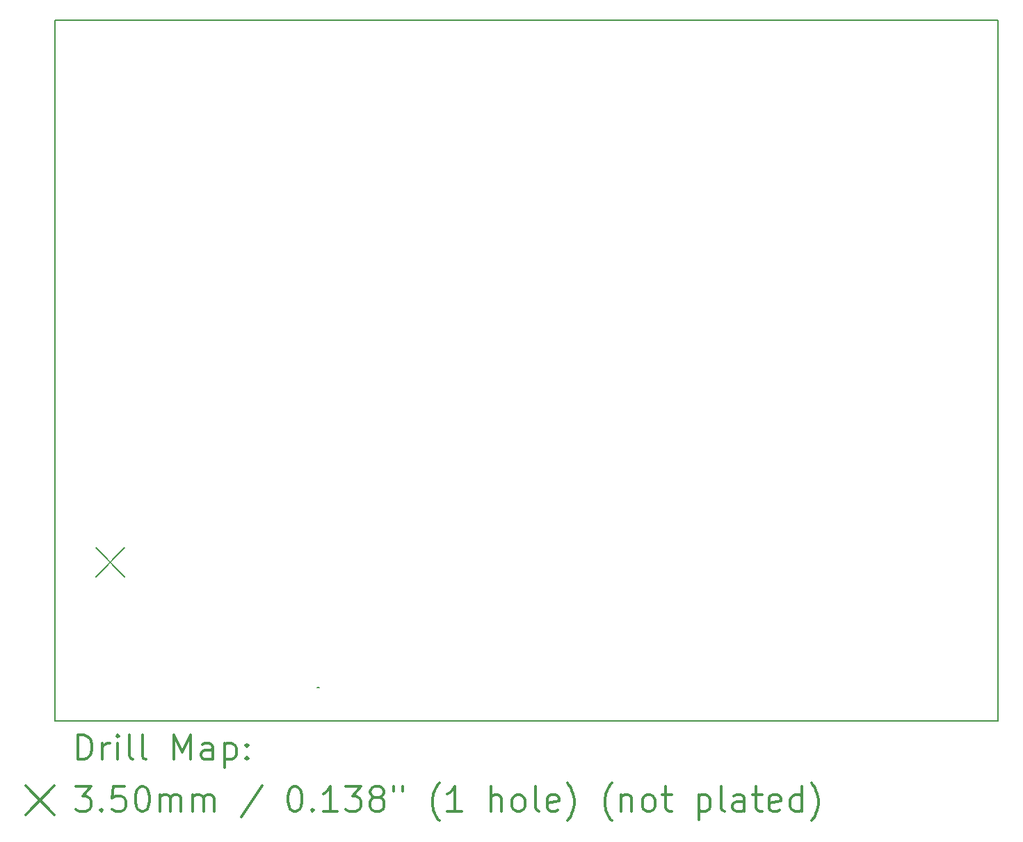
<source format=gbr>
%FSLAX45Y45*%
G04 Gerber Fmt 4.5, Leading zero omitted, Abs format (unit mm)*
G04 Created by KiCad (PCBNEW 5.1.1) date 2019-04-25 13:19:21*
%MOMM*%
%LPD*%
G04 APERTURE LIST*
%ADD10C,0.150000*%
%ADD11C,0.200000*%
%ADD12C,0.300000*%
G04 APERTURE END LIST*
D10*
X9207500Y-3987800D02*
X20675600Y-3987800D01*
X20675600Y-3987800D02*
X20675600Y-12509500D01*
X9194800Y-12509500D02*
X9194800Y-3987800D01*
X20675600Y-12509500D02*
X9194800Y-12509500D01*
X12407900Y-12103100D02*
X12382500Y-12103100D01*
X9194800Y-3987800D02*
X9207500Y-3987800D01*
D11*
X9690600Y-10407000D02*
X10040600Y-10757000D01*
X10040600Y-10407000D02*
X9690600Y-10757000D01*
D12*
X9473728Y-12982714D02*
X9473728Y-12682714D01*
X9545157Y-12682714D01*
X9588014Y-12697000D01*
X9616586Y-12725571D01*
X9630871Y-12754143D01*
X9645157Y-12811286D01*
X9645157Y-12854143D01*
X9630871Y-12911286D01*
X9616586Y-12939857D01*
X9588014Y-12968429D01*
X9545157Y-12982714D01*
X9473728Y-12982714D01*
X9773728Y-12982714D02*
X9773728Y-12782714D01*
X9773728Y-12839857D02*
X9788014Y-12811286D01*
X9802300Y-12797000D01*
X9830871Y-12782714D01*
X9859443Y-12782714D01*
X9959443Y-12982714D02*
X9959443Y-12782714D01*
X9959443Y-12682714D02*
X9945157Y-12697000D01*
X9959443Y-12711286D01*
X9973728Y-12697000D01*
X9959443Y-12682714D01*
X9959443Y-12711286D01*
X10145157Y-12982714D02*
X10116586Y-12968429D01*
X10102300Y-12939857D01*
X10102300Y-12682714D01*
X10302300Y-12982714D02*
X10273728Y-12968429D01*
X10259443Y-12939857D01*
X10259443Y-12682714D01*
X10645157Y-12982714D02*
X10645157Y-12682714D01*
X10745157Y-12897000D01*
X10845157Y-12682714D01*
X10845157Y-12982714D01*
X11116586Y-12982714D02*
X11116586Y-12825571D01*
X11102300Y-12797000D01*
X11073728Y-12782714D01*
X11016586Y-12782714D01*
X10988014Y-12797000D01*
X11116586Y-12968429D02*
X11088014Y-12982714D01*
X11016586Y-12982714D01*
X10988014Y-12968429D01*
X10973728Y-12939857D01*
X10973728Y-12911286D01*
X10988014Y-12882714D01*
X11016586Y-12868429D01*
X11088014Y-12868429D01*
X11116586Y-12854143D01*
X11259443Y-12782714D02*
X11259443Y-13082714D01*
X11259443Y-12797000D02*
X11288014Y-12782714D01*
X11345157Y-12782714D01*
X11373728Y-12797000D01*
X11388014Y-12811286D01*
X11402300Y-12839857D01*
X11402300Y-12925571D01*
X11388014Y-12954143D01*
X11373728Y-12968429D01*
X11345157Y-12982714D01*
X11288014Y-12982714D01*
X11259443Y-12968429D01*
X11530871Y-12954143D02*
X11545157Y-12968429D01*
X11530871Y-12982714D01*
X11516586Y-12968429D01*
X11530871Y-12954143D01*
X11530871Y-12982714D01*
X11530871Y-12797000D02*
X11545157Y-12811286D01*
X11530871Y-12825571D01*
X11516586Y-12811286D01*
X11530871Y-12797000D01*
X11530871Y-12825571D01*
X8837300Y-13302000D02*
X9187300Y-13652000D01*
X9187300Y-13302000D02*
X8837300Y-13652000D01*
X9445157Y-13312714D02*
X9630871Y-13312714D01*
X9530871Y-13427000D01*
X9573728Y-13427000D01*
X9602300Y-13441286D01*
X9616586Y-13455571D01*
X9630871Y-13484143D01*
X9630871Y-13555571D01*
X9616586Y-13584143D01*
X9602300Y-13598429D01*
X9573728Y-13612714D01*
X9488014Y-13612714D01*
X9459443Y-13598429D01*
X9445157Y-13584143D01*
X9759443Y-13584143D02*
X9773728Y-13598429D01*
X9759443Y-13612714D01*
X9745157Y-13598429D01*
X9759443Y-13584143D01*
X9759443Y-13612714D01*
X10045157Y-13312714D02*
X9902300Y-13312714D01*
X9888014Y-13455571D01*
X9902300Y-13441286D01*
X9930871Y-13427000D01*
X10002300Y-13427000D01*
X10030871Y-13441286D01*
X10045157Y-13455571D01*
X10059443Y-13484143D01*
X10059443Y-13555571D01*
X10045157Y-13584143D01*
X10030871Y-13598429D01*
X10002300Y-13612714D01*
X9930871Y-13612714D01*
X9902300Y-13598429D01*
X9888014Y-13584143D01*
X10245157Y-13312714D02*
X10273728Y-13312714D01*
X10302300Y-13327000D01*
X10316586Y-13341286D01*
X10330871Y-13369857D01*
X10345157Y-13427000D01*
X10345157Y-13498429D01*
X10330871Y-13555571D01*
X10316586Y-13584143D01*
X10302300Y-13598429D01*
X10273728Y-13612714D01*
X10245157Y-13612714D01*
X10216586Y-13598429D01*
X10202300Y-13584143D01*
X10188014Y-13555571D01*
X10173728Y-13498429D01*
X10173728Y-13427000D01*
X10188014Y-13369857D01*
X10202300Y-13341286D01*
X10216586Y-13327000D01*
X10245157Y-13312714D01*
X10473728Y-13612714D02*
X10473728Y-13412714D01*
X10473728Y-13441286D02*
X10488014Y-13427000D01*
X10516586Y-13412714D01*
X10559443Y-13412714D01*
X10588014Y-13427000D01*
X10602300Y-13455571D01*
X10602300Y-13612714D01*
X10602300Y-13455571D02*
X10616586Y-13427000D01*
X10645157Y-13412714D01*
X10688014Y-13412714D01*
X10716586Y-13427000D01*
X10730871Y-13455571D01*
X10730871Y-13612714D01*
X10873728Y-13612714D02*
X10873728Y-13412714D01*
X10873728Y-13441286D02*
X10888014Y-13427000D01*
X10916586Y-13412714D01*
X10959443Y-13412714D01*
X10988014Y-13427000D01*
X11002300Y-13455571D01*
X11002300Y-13612714D01*
X11002300Y-13455571D02*
X11016586Y-13427000D01*
X11045157Y-13412714D01*
X11088014Y-13412714D01*
X11116586Y-13427000D01*
X11130871Y-13455571D01*
X11130871Y-13612714D01*
X11716586Y-13298429D02*
X11459443Y-13684143D01*
X12102300Y-13312714D02*
X12130871Y-13312714D01*
X12159443Y-13327000D01*
X12173728Y-13341286D01*
X12188014Y-13369857D01*
X12202300Y-13427000D01*
X12202300Y-13498429D01*
X12188014Y-13555571D01*
X12173728Y-13584143D01*
X12159443Y-13598429D01*
X12130871Y-13612714D01*
X12102300Y-13612714D01*
X12073728Y-13598429D01*
X12059443Y-13584143D01*
X12045157Y-13555571D01*
X12030871Y-13498429D01*
X12030871Y-13427000D01*
X12045157Y-13369857D01*
X12059443Y-13341286D01*
X12073728Y-13327000D01*
X12102300Y-13312714D01*
X12330871Y-13584143D02*
X12345157Y-13598429D01*
X12330871Y-13612714D01*
X12316586Y-13598429D01*
X12330871Y-13584143D01*
X12330871Y-13612714D01*
X12630871Y-13612714D02*
X12459443Y-13612714D01*
X12545157Y-13612714D02*
X12545157Y-13312714D01*
X12516586Y-13355571D01*
X12488014Y-13384143D01*
X12459443Y-13398429D01*
X12730871Y-13312714D02*
X12916586Y-13312714D01*
X12816586Y-13427000D01*
X12859443Y-13427000D01*
X12888014Y-13441286D01*
X12902300Y-13455571D01*
X12916586Y-13484143D01*
X12916586Y-13555571D01*
X12902300Y-13584143D01*
X12888014Y-13598429D01*
X12859443Y-13612714D01*
X12773728Y-13612714D01*
X12745157Y-13598429D01*
X12730871Y-13584143D01*
X13088014Y-13441286D02*
X13059443Y-13427000D01*
X13045157Y-13412714D01*
X13030871Y-13384143D01*
X13030871Y-13369857D01*
X13045157Y-13341286D01*
X13059443Y-13327000D01*
X13088014Y-13312714D01*
X13145157Y-13312714D01*
X13173728Y-13327000D01*
X13188014Y-13341286D01*
X13202300Y-13369857D01*
X13202300Y-13384143D01*
X13188014Y-13412714D01*
X13173728Y-13427000D01*
X13145157Y-13441286D01*
X13088014Y-13441286D01*
X13059443Y-13455571D01*
X13045157Y-13469857D01*
X13030871Y-13498429D01*
X13030871Y-13555571D01*
X13045157Y-13584143D01*
X13059443Y-13598429D01*
X13088014Y-13612714D01*
X13145157Y-13612714D01*
X13173728Y-13598429D01*
X13188014Y-13584143D01*
X13202300Y-13555571D01*
X13202300Y-13498429D01*
X13188014Y-13469857D01*
X13173728Y-13455571D01*
X13145157Y-13441286D01*
X13316586Y-13312714D02*
X13316586Y-13369857D01*
X13430871Y-13312714D02*
X13430871Y-13369857D01*
X13873728Y-13727000D02*
X13859443Y-13712714D01*
X13830871Y-13669857D01*
X13816586Y-13641286D01*
X13802300Y-13598429D01*
X13788014Y-13527000D01*
X13788014Y-13469857D01*
X13802300Y-13398429D01*
X13816586Y-13355571D01*
X13830871Y-13327000D01*
X13859443Y-13284143D01*
X13873728Y-13269857D01*
X14145157Y-13612714D02*
X13973728Y-13612714D01*
X14059443Y-13612714D02*
X14059443Y-13312714D01*
X14030871Y-13355571D01*
X14002300Y-13384143D01*
X13973728Y-13398429D01*
X14502300Y-13612714D02*
X14502300Y-13312714D01*
X14630871Y-13612714D02*
X14630871Y-13455571D01*
X14616586Y-13427000D01*
X14588014Y-13412714D01*
X14545157Y-13412714D01*
X14516586Y-13427000D01*
X14502300Y-13441286D01*
X14816586Y-13612714D02*
X14788014Y-13598429D01*
X14773728Y-13584143D01*
X14759443Y-13555571D01*
X14759443Y-13469857D01*
X14773728Y-13441286D01*
X14788014Y-13427000D01*
X14816586Y-13412714D01*
X14859443Y-13412714D01*
X14888014Y-13427000D01*
X14902300Y-13441286D01*
X14916586Y-13469857D01*
X14916586Y-13555571D01*
X14902300Y-13584143D01*
X14888014Y-13598429D01*
X14859443Y-13612714D01*
X14816586Y-13612714D01*
X15088014Y-13612714D02*
X15059443Y-13598429D01*
X15045157Y-13569857D01*
X15045157Y-13312714D01*
X15316586Y-13598429D02*
X15288014Y-13612714D01*
X15230871Y-13612714D01*
X15202300Y-13598429D01*
X15188014Y-13569857D01*
X15188014Y-13455571D01*
X15202300Y-13427000D01*
X15230871Y-13412714D01*
X15288014Y-13412714D01*
X15316586Y-13427000D01*
X15330871Y-13455571D01*
X15330871Y-13484143D01*
X15188014Y-13512714D01*
X15430871Y-13727000D02*
X15445157Y-13712714D01*
X15473728Y-13669857D01*
X15488014Y-13641286D01*
X15502300Y-13598429D01*
X15516586Y-13527000D01*
X15516586Y-13469857D01*
X15502300Y-13398429D01*
X15488014Y-13355571D01*
X15473728Y-13327000D01*
X15445157Y-13284143D01*
X15430871Y-13269857D01*
X15973728Y-13727000D02*
X15959443Y-13712714D01*
X15930871Y-13669857D01*
X15916586Y-13641286D01*
X15902300Y-13598429D01*
X15888014Y-13527000D01*
X15888014Y-13469857D01*
X15902300Y-13398429D01*
X15916586Y-13355571D01*
X15930871Y-13327000D01*
X15959443Y-13284143D01*
X15973728Y-13269857D01*
X16088014Y-13412714D02*
X16088014Y-13612714D01*
X16088014Y-13441286D02*
X16102300Y-13427000D01*
X16130871Y-13412714D01*
X16173728Y-13412714D01*
X16202300Y-13427000D01*
X16216586Y-13455571D01*
X16216586Y-13612714D01*
X16402300Y-13612714D02*
X16373728Y-13598429D01*
X16359443Y-13584143D01*
X16345157Y-13555571D01*
X16345157Y-13469857D01*
X16359443Y-13441286D01*
X16373728Y-13427000D01*
X16402300Y-13412714D01*
X16445157Y-13412714D01*
X16473728Y-13427000D01*
X16488014Y-13441286D01*
X16502300Y-13469857D01*
X16502300Y-13555571D01*
X16488014Y-13584143D01*
X16473728Y-13598429D01*
X16445157Y-13612714D01*
X16402300Y-13612714D01*
X16588014Y-13412714D02*
X16702300Y-13412714D01*
X16630871Y-13312714D02*
X16630871Y-13569857D01*
X16645157Y-13598429D01*
X16673728Y-13612714D01*
X16702300Y-13612714D01*
X17030871Y-13412714D02*
X17030871Y-13712714D01*
X17030871Y-13427000D02*
X17059443Y-13412714D01*
X17116586Y-13412714D01*
X17145157Y-13427000D01*
X17159443Y-13441286D01*
X17173728Y-13469857D01*
X17173728Y-13555571D01*
X17159443Y-13584143D01*
X17145157Y-13598429D01*
X17116586Y-13612714D01*
X17059443Y-13612714D01*
X17030871Y-13598429D01*
X17345157Y-13612714D02*
X17316586Y-13598429D01*
X17302300Y-13569857D01*
X17302300Y-13312714D01*
X17588014Y-13612714D02*
X17588014Y-13455571D01*
X17573728Y-13427000D01*
X17545157Y-13412714D01*
X17488014Y-13412714D01*
X17459443Y-13427000D01*
X17588014Y-13598429D02*
X17559443Y-13612714D01*
X17488014Y-13612714D01*
X17459443Y-13598429D01*
X17445157Y-13569857D01*
X17445157Y-13541286D01*
X17459443Y-13512714D01*
X17488014Y-13498429D01*
X17559443Y-13498429D01*
X17588014Y-13484143D01*
X17688014Y-13412714D02*
X17802300Y-13412714D01*
X17730871Y-13312714D02*
X17730871Y-13569857D01*
X17745157Y-13598429D01*
X17773728Y-13612714D01*
X17802300Y-13612714D01*
X18016586Y-13598429D02*
X17988014Y-13612714D01*
X17930871Y-13612714D01*
X17902300Y-13598429D01*
X17888014Y-13569857D01*
X17888014Y-13455571D01*
X17902300Y-13427000D01*
X17930871Y-13412714D01*
X17988014Y-13412714D01*
X18016586Y-13427000D01*
X18030871Y-13455571D01*
X18030871Y-13484143D01*
X17888014Y-13512714D01*
X18288014Y-13612714D02*
X18288014Y-13312714D01*
X18288014Y-13598429D02*
X18259443Y-13612714D01*
X18202300Y-13612714D01*
X18173728Y-13598429D01*
X18159443Y-13584143D01*
X18145157Y-13555571D01*
X18145157Y-13469857D01*
X18159443Y-13441286D01*
X18173728Y-13427000D01*
X18202300Y-13412714D01*
X18259443Y-13412714D01*
X18288014Y-13427000D01*
X18402300Y-13727000D02*
X18416586Y-13712714D01*
X18445157Y-13669857D01*
X18459443Y-13641286D01*
X18473728Y-13598429D01*
X18488014Y-13527000D01*
X18488014Y-13469857D01*
X18473728Y-13398429D01*
X18459443Y-13355571D01*
X18445157Y-13327000D01*
X18416586Y-13284143D01*
X18402300Y-13269857D01*
M02*

</source>
